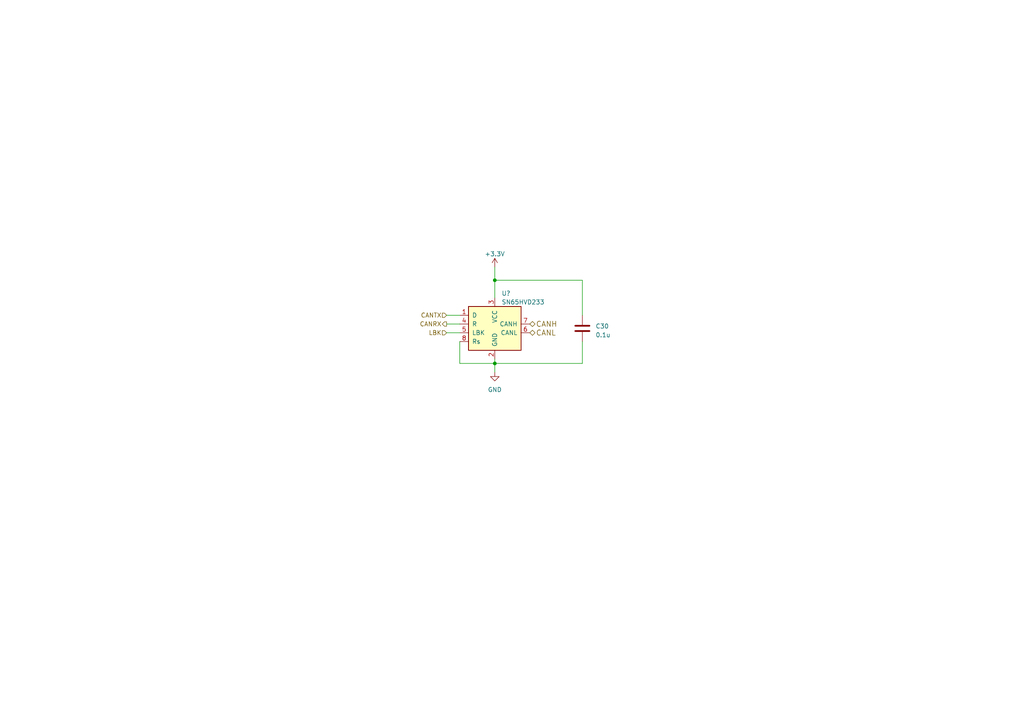
<source format=kicad_sch>
(kicad_sch (version 20230121) (generator eeschema)
  (paper "A4")
  (lib_symbols
    (symbol "Device:C" (pin_numbers hide) (pin_names (offset 0.254))
      (property "Reference" "C" (at 0.635 2.54 0))
      (property "Value" "C" (at 0.635 -2.54 0))
      (symbol "C_0_1"
        (polyline (pts (xy -2.032 -0.762) (xy 2.032 -0.762)) (stroke (width 0.508)))
        (polyline (pts (xy -2.032 0.762) (xy 2.032 0.762)) (stroke (width 0.508)))
      )
      (symbol "C_1_1"
        (pin passive line (at 0 3.81 270) (length 2.794) (name "~") (number "1"))
        (pin passive line (at 0 -3.81 90) (length 2.794) (name "~") (number "2"))
      )
    )
    (symbol "Interface_CAN_LIN:SN65HVD233" (pin_names (offset 1.016))
      (property "Reference" "U" (at -2.54 10.16 0))
      (property "Value" "SN65HVD233" (at -2.54 7.62 0))
      (symbol "SN65HVD233_0_1"
        (rectangle (start -7.62 5.08) (end 7.62 -7.62) (stroke (width 0.254)) (fill (type background)))
      )
      (symbol "SN65HVD233_1_1"
        (pin input line (at -10.16 2.54 0) (length 2.54) (name "D") (number "1"))
        (pin power_in line (at 0 -10.16 90) (length 2.54) (name "GND") (number "2"))
        (pin power_in line (at 0 7.62 270) (length 2.54) (name "VCC") (number "3"))
        (pin output line (at -10.16 0 0) (length 2.54) (name "R") (number "4"))
        (pin input line (at -10.16 -2.54 0) (length 2.54) (name "LBK") (number "5"))
        (pin bidirectional line (at 10.16 -2.54 180) (length 2.54) (name "CANL") (number "6"))
        (pin bidirectional line (at 10.16 0 180) (length 2.54) (name "CANH") (number "7"))
        (pin input line (at -10.16 -5.08 0) (length 2.54) (name "Rs") (number "8"))
      )
    )
    (symbol "power:+3.3V" (power) (pin_names (offset 0))
      (property "Value" "+3.3V" (at 0 3.556 0))
      (symbol "+3.3V_0_1"
        (polyline (pts (xy -0.762 1.27) (xy 0 2.54)))
        (polyline (pts (xy 0 0) (xy 0 2.54)))
        (polyline (pts (xy 0 2.54) (xy 0.762 1.27)))
      )
      (symbol "+3.3V_1_1"
        (pin power_in line (at 0 0 90) (length 0) hide (name "+3.3V") (number "1"))
      )
    )
    (symbol "power:GND" (power) (pin_names (offset 0))
      (property "Value" "GND" (at 0 -3.81 0))
      (symbol "GND_0_1"
        (polyline (pts (xy 0 0) (xy 0 -1.27) (xy 1.27 -1.27) (xy 0 -2.54) (xy -1.27 -1.27) (xy 0 -1.27)))
      )
      (symbol "GND_1_1"
        (pin power_in line (at 0 0 270) (length 0) hide (name "GND") (number "1"))
      )
    )
  )
  (junction (at 143.51 81.28))
  (junction (at 143.51 105.41))
  (wire (pts (xy 143.51 104.14) (xy 143.51 105.41)))
  (wire (pts (xy 129.54 96.52) (xy 133.35 96.52)))
  (wire (pts (xy 168.91 81.28) (xy 168.91 91.44)))
  (wire (pts (xy 143.51 81.28) (xy 168.91 81.28)))
  (wire (pts (xy 143.51 81.28) (xy 143.51 86.36)))
  (wire (pts (xy 129.54 91.44) (xy 133.35 91.44)))
  (wire (pts (xy 143.51 105.41) (xy 143.51 107.95)))
  (wire (pts (xy 133.35 105.41) (xy 143.51 105.41)))
  (wire (pts (xy 143.51 77.47) (xy 143.51 81.28)))
  (wire (pts (xy 168.91 105.41) (xy 143.51 105.41)))
  (wire (pts (xy 168.91 99.06) (xy 168.91 105.41)))
  (wire (pts (xy 129.54 93.98) (xy 133.35 93.98)))
  (wire (pts (xy 133.35 99.06) (xy 133.35 105.41)))
  (hierarchical_label "CANH" (shape bidirectional) (at 153.67 93.98 0) (effects (font (size 1.524 1.524))))
  (hierarchical_label "LBK" (shape input) (at 129.54 96.52 180))
  (hierarchical_label "CANTX" (shape input) (at 129.54 91.44 180))
  (hierarchical_label "CANL" (shape bidirectional) (at 153.67 96.52 0) (effects (font (size 1.524 1.524))))
  (hierarchical_label "CANRX" (shape output) (at 129.54 93.98 180))
  (symbol (lib_id "Interface_CAN_LIN:SN65HVD233") (at 143.51 93.98 0) (unit 1)
    (property "Reference" "U?" (at 145.4659 85.09 0) (effects (justify left)))
    (property "Value" "SN65HVD233" (at 145.4659 87.63 0) (effects (justify left)))
    (property "Footprint" "Package_SO:SOIC-8_3.9x4.9mm_P1.27mm" (effects hide))
    (property "Datasheet" "http://www.ti.com/lit/ds/symlink/sn65hvd234.pdf" (effects hide))
    (instances (project "CAN" (path "" (reference "U?") (unit 1))) (project "electrium-esc-v2" (path "" (reference "U6") (unit 1))))
  )
  (symbol (lib_id "power:GND") (at 143.51 107.95 0) (unit 1)
    (property "Reference" "#PWR?" (effects hide))
    (property "Value" "GND" (at 143.51 113.03 0))
    (instances (project "CAN" (path "" (reference "#PWR?") (unit 1))) (project "electrium-esc-v2" (path "" (reference "#PWR042") (unit 1))))
  )
  (symbol (lib_id "Device:C") (at 168.91 95.25 0) (unit 1)
    (property "Reference" "C30" (at 172.72 94.615 0) (effects (justify left)))
    (property "Value" "0.1u" (at 172.72 97.155 0) (effects (justify left)))
    (property "Footprint" "Capacitor_SMD:C_0603_1608Metric" (effects hide))
  )
  (symbol (lib_id "power:+3.3V") (at 143.51 77.47 0) (unit 1)
    (property "Reference" "#PWR?" (effects hide))
    (property "Value" "+3.3V" (at 143.51 73.66 0))
    (instances (project "CAN" (path "" (reference "#PWR?") (unit 1))) (project "electrium-esc-v2" (path "" (reference "#PWR041") (unit 1))))
  )
)
</source>
